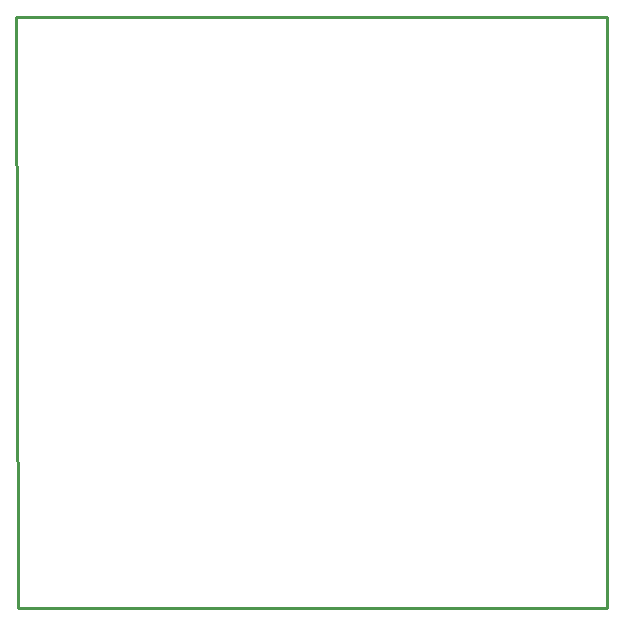
<source format=gko>
G04 Layer: BoardOutlineLayer*
G04 EasyEDA v6.5.3, 2022-04-18 14:54:04*
G04 15adf324dd814951a5dd903392d16c57,9ce652a6aed948bfbe420a612be0e63a,10*
G04 Gerber Generator version 0.2*
G04 Scale: 100 percent, Rotated: No, Reflected: No *
G04 Dimensions in millimeters *
G04 leading zeros omitted , absolute positions ,4 integer and 5 decimal *
%FSLAX45Y45*%
%MOMM*%

%ADD10C,0.2540*%
D10*
X0Y5000000D02*
G01*
X5003800Y5003800D01*
X5003800Y0D01*
X12700Y0D01*
X0Y5000000D01*

%LPD*%
M02*

</source>
